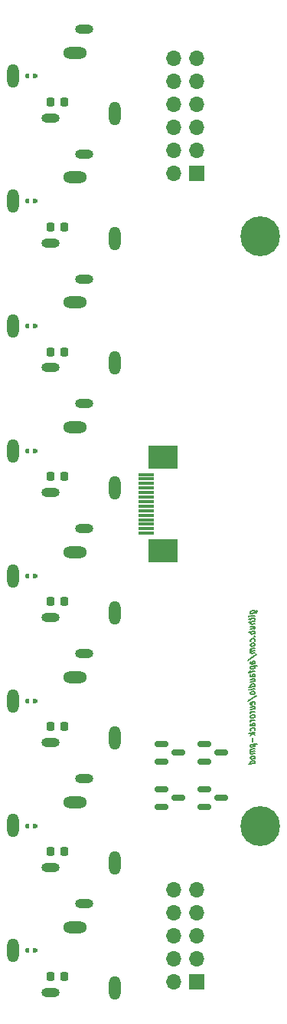
<source format=gbr>
%TF.GenerationSoftware,KiCad,Pcbnew,9.0.1*%
%TF.CreationDate,2025-04-26T11:59:35+02:00*%
%TF.ProjectId,eurorack-pmod-pcb,6575726f-7261-4636-9b2d-706d6f642d70,rev?*%
%TF.SameCoordinates,Original*%
%TF.FileFunction,Soldermask,Bot*%
%TF.FilePolarity,Negative*%
%FSLAX46Y46*%
G04 Gerber Fmt 4.6, Leading zero omitted, Abs format (unit mm)*
G04 Created by KiCad (PCBNEW 9.0.1) date 2025-04-26 11:59:35*
%MOMM*%
%LPD*%
G01*
G04 APERTURE LIST*
G04 Aperture macros list*
%AMRoundRect*
0 Rectangle with rounded corners*
0 $1 Rounding radius*
0 $2 $3 $4 $5 $6 $7 $8 $9 X,Y pos of 4 corners*
0 Add a 4 corners polygon primitive as box body*
4,1,4,$2,$3,$4,$5,$6,$7,$8,$9,$2,$3,0*
0 Add four circle primitives for the rounded corners*
1,1,$1+$1,$2,$3*
1,1,$1+$1,$4,$5*
1,1,$1+$1,$6,$7*
1,1,$1+$1,$8,$9*
0 Add four rect primitives between the rounded corners*
20,1,$1+$1,$2,$3,$4,$5,0*
20,1,$1+$1,$4,$5,$6,$7,0*
20,1,$1+$1,$6,$7,$8,$9,0*
20,1,$1+$1,$8,$9,$2,$3,0*%
G04 Aperture macros list end*
%ADD10C,0.150000*%
%ADD11O,1.308000X2.616000*%
%ADD12O,2.016000X1.008000*%
%ADD13O,2.616000X1.308000*%
%ADD14C,0.700000*%
%ADD15C,4.400000*%
%ADD16R,1.700000X1.700000*%
%ADD17O,1.700000X1.700000*%
%ADD18RoundRect,0.225000X-0.225000X-0.250000X0.225000X-0.250000X0.225000X0.250000X-0.225000X0.250000X0*%
%ADD19R,0.200000X0.300000*%
%ADD20R,0.300000X0.500000*%
%ADD21RoundRect,0.150000X-0.587500X-0.150000X0.587500X-0.150000X0.587500X0.150000X-0.587500X0.150000X0*%
%ADD22R,1.800000X0.300000*%
%ADD23R,3.200000X2.500000*%
G04 APERTURE END LIST*
D10*
X7935366Y-65350739D02*
X8502033Y-65279906D01*
X8502033Y-65279906D02*
X8568700Y-65243001D01*
X8568700Y-65243001D02*
X8602033Y-65210263D01*
X8602033Y-65210263D02*
X8635366Y-65148953D01*
X8635366Y-65148953D02*
X8635366Y-65063239D01*
X8635366Y-65063239D02*
X8602033Y-65010263D01*
X8368700Y-65296573D02*
X8402033Y-65235263D01*
X8402033Y-65235263D02*
X8402033Y-65120977D01*
X8402033Y-65120977D02*
X8368700Y-65068001D01*
X8368700Y-65068001D02*
X8335366Y-65043596D01*
X8335366Y-65043596D02*
X8268700Y-65023358D01*
X8268700Y-65023358D02*
X8068700Y-65048358D01*
X8068700Y-65048358D02*
X8002033Y-65085263D01*
X8002033Y-65085263D02*
X7968700Y-65118001D01*
X7968700Y-65118001D02*
X7935366Y-65179311D01*
X7935366Y-65179311D02*
X7935366Y-65293596D01*
X7935366Y-65293596D02*
X7968700Y-65346573D01*
X8402033Y-65578120D02*
X7935366Y-65636453D01*
X7702033Y-65665620D02*
X7735366Y-65632882D01*
X7735366Y-65632882D02*
X7768700Y-65657287D01*
X7768700Y-65657287D02*
X7735366Y-65690025D01*
X7735366Y-65690025D02*
X7702033Y-65665620D01*
X7702033Y-65665620D02*
X7768700Y-65657287D01*
X7935366Y-65836453D02*
X7935366Y-66065024D01*
X7702033Y-65951334D02*
X8302033Y-65876334D01*
X8302033Y-65876334D02*
X8368700Y-65896572D01*
X8368700Y-65896572D02*
X8402033Y-65949548D01*
X8402033Y-65949548D02*
X8402033Y-66006691D01*
X8402033Y-66206691D02*
X7702033Y-66294191D01*
X8402033Y-66463834D02*
X8035366Y-66509667D01*
X8035366Y-66509667D02*
X7968700Y-66489429D01*
X7968700Y-66489429D02*
X7935366Y-66436453D01*
X7935366Y-66436453D02*
X7935366Y-66350739D01*
X7935366Y-66350739D02*
X7968700Y-66289429D01*
X7968700Y-66289429D02*
X8002033Y-66256691D01*
X7935366Y-67065024D02*
X8402033Y-67006691D01*
X7935366Y-66807881D02*
X8302033Y-66762048D01*
X8302033Y-66762048D02*
X8368700Y-66782286D01*
X8368700Y-66782286D02*
X8402033Y-66835262D01*
X8402033Y-66835262D02*
X8402033Y-66920977D01*
X8402033Y-66920977D02*
X8368700Y-66982286D01*
X8368700Y-66982286D02*
X8335366Y-67015024D01*
X8402033Y-67292405D02*
X7702033Y-67379905D01*
X7968700Y-67346572D02*
X7935366Y-67407881D01*
X7935366Y-67407881D02*
X7935366Y-67522167D01*
X7935366Y-67522167D02*
X7968700Y-67575143D01*
X7968700Y-67575143D02*
X8002033Y-67599548D01*
X8002033Y-67599548D02*
X8068700Y-67619786D01*
X8068700Y-67619786D02*
X8268700Y-67594786D01*
X8268700Y-67594786D02*
X8335366Y-67557881D01*
X8335366Y-67557881D02*
X8368700Y-67525143D01*
X8368700Y-67525143D02*
X8402033Y-67463834D01*
X8402033Y-67463834D02*
X8402033Y-67349548D01*
X8402033Y-67349548D02*
X8368700Y-67296572D01*
X8335366Y-67843595D02*
X8368700Y-67868000D01*
X8368700Y-67868000D02*
X8402033Y-67835262D01*
X8402033Y-67835262D02*
X8368700Y-67810857D01*
X8368700Y-67810857D02*
X8335366Y-67843595D01*
X8335366Y-67843595D02*
X8402033Y-67835262D01*
X8368700Y-68382286D02*
X8402033Y-68320976D01*
X8402033Y-68320976D02*
X8402033Y-68206690D01*
X8402033Y-68206690D02*
X8368700Y-68153714D01*
X8368700Y-68153714D02*
X8335366Y-68129309D01*
X8335366Y-68129309D02*
X8268700Y-68109071D01*
X8268700Y-68109071D02*
X8068700Y-68134071D01*
X8068700Y-68134071D02*
X8002033Y-68170976D01*
X8002033Y-68170976D02*
X7968700Y-68203714D01*
X7968700Y-68203714D02*
X7935366Y-68265024D01*
X7935366Y-68265024D02*
X7935366Y-68379309D01*
X7935366Y-68379309D02*
X7968700Y-68432286D01*
X8402033Y-68720976D02*
X8368700Y-68668000D01*
X8368700Y-68668000D02*
X8335366Y-68643595D01*
X8335366Y-68643595D02*
X8268700Y-68623357D01*
X8268700Y-68623357D02*
X8068700Y-68648357D01*
X8068700Y-68648357D02*
X8002033Y-68685262D01*
X8002033Y-68685262D02*
X7968700Y-68718000D01*
X7968700Y-68718000D02*
X7935366Y-68779310D01*
X7935366Y-68779310D02*
X7935366Y-68865024D01*
X7935366Y-68865024D02*
X7968700Y-68918000D01*
X7968700Y-68918000D02*
X8002033Y-68942405D01*
X8002033Y-68942405D02*
X8068700Y-68962643D01*
X8068700Y-68962643D02*
X8268700Y-68937643D01*
X8268700Y-68937643D02*
X8335366Y-68900738D01*
X8335366Y-68900738D02*
X8368700Y-68868000D01*
X8368700Y-68868000D02*
X8402033Y-68806691D01*
X8402033Y-68806691D02*
X8402033Y-68720976D01*
X8402033Y-69178119D02*
X7935366Y-69236452D01*
X8002033Y-69228119D02*
X7968700Y-69260857D01*
X7968700Y-69260857D02*
X7935366Y-69322167D01*
X7935366Y-69322167D02*
X7935366Y-69407881D01*
X7935366Y-69407881D02*
X7968700Y-69460857D01*
X7968700Y-69460857D02*
X8035366Y-69481095D01*
X8035366Y-69481095D02*
X8402033Y-69435262D01*
X8035366Y-69481095D02*
X7968700Y-69518000D01*
X7968700Y-69518000D02*
X7935366Y-69579309D01*
X7935366Y-69579309D02*
X7935366Y-69665024D01*
X7935366Y-69665024D02*
X7968700Y-69718000D01*
X7968700Y-69718000D02*
X8035366Y-69738238D01*
X8035366Y-69738238D02*
X8402033Y-69692405D01*
X7668700Y-70498357D02*
X8568700Y-69871571D01*
X8402033Y-70863833D02*
X8035366Y-70909666D01*
X8035366Y-70909666D02*
X7968700Y-70889428D01*
X7968700Y-70889428D02*
X7935366Y-70836452D01*
X7935366Y-70836452D02*
X7935366Y-70722166D01*
X7935366Y-70722166D02*
X7968700Y-70660857D01*
X8368700Y-70868000D02*
X8402033Y-70806690D01*
X8402033Y-70806690D02*
X8402033Y-70663833D01*
X8402033Y-70663833D02*
X8368700Y-70610857D01*
X8368700Y-70610857D02*
X8302033Y-70590619D01*
X8302033Y-70590619D02*
X8235366Y-70598952D01*
X8235366Y-70598952D02*
X8168700Y-70635857D01*
X8168700Y-70635857D02*
X8135366Y-70697166D01*
X8135366Y-70697166D02*
X8135366Y-70840023D01*
X8135366Y-70840023D02*
X8102033Y-70901333D01*
X7935366Y-71207880D02*
X8635366Y-71120380D01*
X7968700Y-71203714D02*
X7935366Y-71265023D01*
X7935366Y-71265023D02*
X7935366Y-71379309D01*
X7935366Y-71379309D02*
X7968700Y-71432285D01*
X7968700Y-71432285D02*
X8002033Y-71456690D01*
X8002033Y-71456690D02*
X8068700Y-71476928D01*
X8068700Y-71476928D02*
X8268700Y-71451928D01*
X8268700Y-71451928D02*
X8335366Y-71415023D01*
X8335366Y-71415023D02*
X8368700Y-71382285D01*
X8368700Y-71382285D02*
X8402033Y-71320976D01*
X8402033Y-71320976D02*
X8402033Y-71206690D01*
X8402033Y-71206690D02*
X8368700Y-71153714D01*
X7935366Y-71665023D02*
X7935366Y-71893594D01*
X8402033Y-71692404D02*
X7802033Y-71767404D01*
X7802033Y-71767404D02*
X7735366Y-71804309D01*
X7735366Y-71804309D02*
X7702033Y-71865618D01*
X7702033Y-71865618D02*
X7702033Y-71922761D01*
X8402033Y-72292404D02*
X8035366Y-72338237D01*
X8035366Y-72338237D02*
X7968700Y-72317999D01*
X7968700Y-72317999D02*
X7935366Y-72265023D01*
X7935366Y-72265023D02*
X7935366Y-72150737D01*
X7935366Y-72150737D02*
X7968700Y-72089428D01*
X8368700Y-72296571D02*
X8402033Y-72235261D01*
X8402033Y-72235261D02*
X8402033Y-72092404D01*
X8402033Y-72092404D02*
X8368700Y-72039428D01*
X8368700Y-72039428D02*
X8302033Y-72019190D01*
X8302033Y-72019190D02*
X8235366Y-72027523D01*
X8235366Y-72027523D02*
X8168700Y-72064428D01*
X8168700Y-72064428D02*
X8135366Y-72125737D01*
X8135366Y-72125737D02*
X8135366Y-72268594D01*
X8135366Y-72268594D02*
X8102033Y-72329904D01*
X7935366Y-72893594D02*
X8402033Y-72835261D01*
X7935366Y-72636451D02*
X8302033Y-72590618D01*
X8302033Y-72590618D02*
X8368700Y-72610856D01*
X8368700Y-72610856D02*
X8402033Y-72663832D01*
X8402033Y-72663832D02*
X8402033Y-72749547D01*
X8402033Y-72749547D02*
X8368700Y-72810856D01*
X8368700Y-72810856D02*
X8335366Y-72843594D01*
X8402033Y-73378118D02*
X7702033Y-73465618D01*
X8368700Y-73382285D02*
X8402033Y-73320975D01*
X8402033Y-73320975D02*
X8402033Y-73206689D01*
X8402033Y-73206689D02*
X8368700Y-73153713D01*
X8368700Y-73153713D02*
X8335366Y-73129308D01*
X8335366Y-73129308D02*
X8268700Y-73109070D01*
X8268700Y-73109070D02*
X8068700Y-73134070D01*
X8068700Y-73134070D02*
X8002033Y-73170975D01*
X8002033Y-73170975D02*
X7968700Y-73203713D01*
X7968700Y-73203713D02*
X7935366Y-73265023D01*
X7935366Y-73265023D02*
X7935366Y-73379308D01*
X7935366Y-73379308D02*
X7968700Y-73432285D01*
X8402033Y-73663832D02*
X7935366Y-73722165D01*
X7702033Y-73751332D02*
X7735366Y-73718594D01*
X7735366Y-73718594D02*
X7768700Y-73742999D01*
X7768700Y-73742999D02*
X7735366Y-73775737D01*
X7735366Y-73775737D02*
X7702033Y-73751332D01*
X7702033Y-73751332D02*
X7768700Y-73742999D01*
X8402033Y-74035260D02*
X8368700Y-73982284D01*
X8368700Y-73982284D02*
X8335366Y-73957879D01*
X8335366Y-73957879D02*
X8268700Y-73937641D01*
X8268700Y-73937641D02*
X8068700Y-73962641D01*
X8068700Y-73962641D02*
X8002033Y-73999546D01*
X8002033Y-73999546D02*
X7968700Y-74032284D01*
X7968700Y-74032284D02*
X7935366Y-74093594D01*
X7935366Y-74093594D02*
X7935366Y-74179308D01*
X7935366Y-74179308D02*
X7968700Y-74232284D01*
X7968700Y-74232284D02*
X8002033Y-74256689D01*
X8002033Y-74256689D02*
X8068700Y-74276927D01*
X8068700Y-74276927D02*
X8268700Y-74251927D01*
X8268700Y-74251927D02*
X8335366Y-74215022D01*
X8335366Y-74215022D02*
X8368700Y-74182284D01*
X8368700Y-74182284D02*
X8402033Y-74120975D01*
X8402033Y-74120975D02*
X8402033Y-74035260D01*
X7668700Y-75012641D02*
X8568700Y-74385855D01*
X8368700Y-75353712D02*
X8402033Y-75292403D01*
X8402033Y-75292403D02*
X8402033Y-75178117D01*
X8402033Y-75178117D02*
X8368700Y-75125141D01*
X8368700Y-75125141D02*
X8302033Y-75104903D01*
X8302033Y-75104903D02*
X8035366Y-75138236D01*
X8035366Y-75138236D02*
X7968700Y-75175141D01*
X7968700Y-75175141D02*
X7935366Y-75236450D01*
X7935366Y-75236450D02*
X7935366Y-75350736D01*
X7935366Y-75350736D02*
X7968700Y-75403712D01*
X7968700Y-75403712D02*
X8035366Y-75423950D01*
X8035366Y-75423950D02*
X8102033Y-75415617D01*
X8102033Y-75415617D02*
X8168700Y-75121569D01*
X7935366Y-75950736D02*
X8402033Y-75892403D01*
X7935366Y-75693593D02*
X8302033Y-75647760D01*
X8302033Y-75647760D02*
X8368700Y-75667998D01*
X8368700Y-75667998D02*
X8402033Y-75720974D01*
X8402033Y-75720974D02*
X8402033Y-75806689D01*
X8402033Y-75806689D02*
X8368700Y-75867998D01*
X8368700Y-75867998D02*
X8335366Y-75900736D01*
X8402033Y-76178117D02*
X7935366Y-76236450D01*
X8068700Y-76219784D02*
X8002033Y-76256688D01*
X8002033Y-76256688D02*
X7968700Y-76289427D01*
X7968700Y-76289427D02*
X7935366Y-76350736D01*
X7935366Y-76350736D02*
X7935366Y-76407879D01*
X8402033Y-76635260D02*
X8368700Y-76582284D01*
X8368700Y-76582284D02*
X8335366Y-76557879D01*
X8335366Y-76557879D02*
X8268700Y-76537641D01*
X8268700Y-76537641D02*
X8068700Y-76562641D01*
X8068700Y-76562641D02*
X8002033Y-76599546D01*
X8002033Y-76599546D02*
X7968700Y-76632284D01*
X7968700Y-76632284D02*
X7935366Y-76693594D01*
X7935366Y-76693594D02*
X7935366Y-76779308D01*
X7935366Y-76779308D02*
X7968700Y-76832284D01*
X7968700Y-76832284D02*
X8002033Y-76856689D01*
X8002033Y-76856689D02*
X8068700Y-76876927D01*
X8068700Y-76876927D02*
X8268700Y-76851927D01*
X8268700Y-76851927D02*
X8335366Y-76815022D01*
X8335366Y-76815022D02*
X8368700Y-76782284D01*
X8368700Y-76782284D02*
X8402033Y-76720975D01*
X8402033Y-76720975D02*
X8402033Y-76635260D01*
X8402033Y-77092403D02*
X7935366Y-77150736D01*
X8068700Y-77134070D02*
X8002033Y-77170974D01*
X8002033Y-77170974D02*
X7968700Y-77203713D01*
X7968700Y-77203713D02*
X7935366Y-77265022D01*
X7935366Y-77265022D02*
X7935366Y-77322165D01*
X8402033Y-77720975D02*
X8035366Y-77766808D01*
X8035366Y-77766808D02*
X7968700Y-77746570D01*
X7968700Y-77746570D02*
X7935366Y-77693594D01*
X7935366Y-77693594D02*
X7935366Y-77579308D01*
X7935366Y-77579308D02*
X7968700Y-77517999D01*
X8368700Y-77725142D02*
X8402033Y-77663832D01*
X8402033Y-77663832D02*
X8402033Y-77520975D01*
X8402033Y-77520975D02*
X8368700Y-77467999D01*
X8368700Y-77467999D02*
X8302033Y-77447761D01*
X8302033Y-77447761D02*
X8235366Y-77456094D01*
X8235366Y-77456094D02*
X8168700Y-77492999D01*
X8168700Y-77492999D02*
X8135366Y-77554308D01*
X8135366Y-77554308D02*
X8135366Y-77697165D01*
X8135366Y-77697165D02*
X8102033Y-77758475D01*
X8368700Y-78267999D02*
X8402033Y-78206689D01*
X8402033Y-78206689D02*
X8402033Y-78092403D01*
X8402033Y-78092403D02*
X8368700Y-78039427D01*
X8368700Y-78039427D02*
X8335366Y-78015022D01*
X8335366Y-78015022D02*
X8268700Y-77994784D01*
X8268700Y-77994784D02*
X8068700Y-78019784D01*
X8068700Y-78019784D02*
X8002033Y-78056689D01*
X8002033Y-78056689D02*
X7968700Y-78089427D01*
X7968700Y-78089427D02*
X7935366Y-78150737D01*
X7935366Y-78150737D02*
X7935366Y-78265022D01*
X7935366Y-78265022D02*
X7968700Y-78317999D01*
X8402033Y-78520975D02*
X7702033Y-78608475D01*
X8135366Y-78611451D02*
X8402033Y-78749546D01*
X7935366Y-78807880D02*
X8202033Y-78545975D01*
X8135366Y-79040022D02*
X8135366Y-79497165D01*
X7935366Y-79807879D02*
X8635366Y-79720379D01*
X7968700Y-79803713D02*
X7935366Y-79865022D01*
X7935366Y-79865022D02*
X7935366Y-79979308D01*
X7935366Y-79979308D02*
X7968700Y-80032284D01*
X7968700Y-80032284D02*
X8002033Y-80056689D01*
X8002033Y-80056689D02*
X8068700Y-80076927D01*
X8068700Y-80076927D02*
X8268700Y-80051927D01*
X8268700Y-80051927D02*
X8335366Y-80015022D01*
X8335366Y-80015022D02*
X8368700Y-79982284D01*
X8368700Y-79982284D02*
X8402033Y-79920975D01*
X8402033Y-79920975D02*
X8402033Y-79806689D01*
X8402033Y-79806689D02*
X8368700Y-79753713D01*
X8402033Y-80292403D02*
X7935366Y-80350736D01*
X8002033Y-80342403D02*
X7968700Y-80375141D01*
X7968700Y-80375141D02*
X7935366Y-80436451D01*
X7935366Y-80436451D02*
X7935366Y-80522165D01*
X7935366Y-80522165D02*
X7968700Y-80575141D01*
X7968700Y-80575141D02*
X8035366Y-80595379D01*
X8035366Y-80595379D02*
X8402033Y-80549546D01*
X8035366Y-80595379D02*
X7968700Y-80632284D01*
X7968700Y-80632284D02*
X7935366Y-80693593D01*
X7935366Y-80693593D02*
X7935366Y-80779308D01*
X7935366Y-80779308D02*
X7968700Y-80832284D01*
X7968700Y-80832284D02*
X8035366Y-80852522D01*
X8035366Y-80852522D02*
X8402033Y-80806689D01*
X8402033Y-81178117D02*
X8368700Y-81125141D01*
X8368700Y-81125141D02*
X8335366Y-81100736D01*
X8335366Y-81100736D02*
X8268700Y-81080498D01*
X8268700Y-81080498D02*
X8068700Y-81105498D01*
X8068700Y-81105498D02*
X8002033Y-81142403D01*
X8002033Y-81142403D02*
X7968700Y-81175141D01*
X7968700Y-81175141D02*
X7935366Y-81236451D01*
X7935366Y-81236451D02*
X7935366Y-81322165D01*
X7935366Y-81322165D02*
X7968700Y-81375141D01*
X7968700Y-81375141D02*
X8002033Y-81399546D01*
X8002033Y-81399546D02*
X8068700Y-81419784D01*
X8068700Y-81419784D02*
X8268700Y-81394784D01*
X8268700Y-81394784D02*
X8335366Y-81357879D01*
X8335366Y-81357879D02*
X8368700Y-81325141D01*
X8368700Y-81325141D02*
X8402033Y-81263832D01*
X8402033Y-81263832D02*
X8402033Y-81178117D01*
X8402033Y-81892403D02*
X7702033Y-81979903D01*
X8368700Y-81896570D02*
X8402033Y-81835260D01*
X8402033Y-81835260D02*
X8402033Y-81720974D01*
X8402033Y-81720974D02*
X8368700Y-81667998D01*
X8368700Y-81667998D02*
X8335366Y-81643593D01*
X8335366Y-81643593D02*
X8268700Y-81623355D01*
X8268700Y-81623355D02*
X8068700Y-81648355D01*
X8068700Y-81648355D02*
X8002033Y-81685260D01*
X8002033Y-81685260D02*
X7968700Y-81717998D01*
X7968700Y-81717998D02*
X7935366Y-81779308D01*
X7935366Y-81779308D02*
X7935366Y-81893593D01*
X7935366Y-81893593D02*
X7968700Y-81946570D01*
D11*
%TO.C,J10*%
X-18382000Y-88772626D03*
D12*
X-10482000Y-83572626D03*
D13*
X-11482000Y-86172626D03*
D12*
X-14182000Y-93372626D03*
D11*
X-7082000Y-92872626D03*
%TD*%
%TO.C,J5*%
X-18382000Y-19829771D03*
D12*
X-10482000Y-14629771D03*
D13*
X-11482000Y-17229771D03*
D12*
X-14182000Y-24429771D03*
D11*
X-7082000Y-23929771D03*
%TD*%
D14*
%TO.C,H2*%
X10166726Y-90000000D03*
X7350000Y-88833274D03*
X7833274Y-87666548D03*
X7833274Y-90000000D03*
X9000000Y-87183274D03*
D15*
X9000000Y-88833274D03*
D14*
X9000000Y-90483274D03*
X10166726Y-87666548D03*
X10650000Y-88833274D03*
%TD*%
%TO.C,H1*%
X7350000Y-23750000D03*
X7833274Y-22583274D03*
X7833274Y-24916726D03*
X9000000Y-22100000D03*
D15*
X9000000Y-23750000D03*
D14*
X9000000Y-25400000D03*
X10166726Y-22583274D03*
X10166726Y-24916726D03*
X10650000Y-23750000D03*
%TD*%
D16*
%TO.C,J1*%
X2000000Y-105975000D03*
D17*
X-540000Y-105975000D03*
X2000000Y-103435000D03*
X-540000Y-103435000D03*
X2000000Y-100895000D03*
X-540000Y-100895000D03*
X2000000Y-98355000D03*
X-540000Y-98355000D03*
X2000000Y-95815000D03*
X-540000Y-95815000D03*
%TD*%
D11*
%TO.C,J9*%
X-18382000Y-74984055D03*
D12*
X-10482000Y-69784055D03*
D13*
X-11482000Y-72384055D03*
D12*
X-14182000Y-79584055D03*
D11*
X-7082000Y-79084055D03*
%TD*%
%TO.C,J11*%
X-18382000Y-102561200D03*
D12*
X-10482000Y-97361200D03*
D13*
X-11482000Y-99961200D03*
D12*
X-14182000Y-107161200D03*
D11*
X-7082000Y-106661200D03*
%TD*%
%TO.C,J7*%
X-18382000Y-47406913D03*
D12*
X-10482000Y-42206913D03*
D13*
X-11482000Y-44806913D03*
D12*
X-14182000Y-52006913D03*
D11*
X-7082000Y-51506913D03*
%TD*%
%TO.C,J4*%
X-18382000Y-6041200D03*
D12*
X-10482000Y-841200D03*
D13*
X-11482000Y-3441200D03*
D12*
X-14182000Y-10641200D03*
D11*
X-7082000Y-10141200D03*
%TD*%
%TO.C,J6*%
X-18382000Y-33618342D03*
D12*
X-10482000Y-28418342D03*
D13*
X-11482000Y-31018342D03*
D12*
X-14182000Y-38218342D03*
D11*
X-7082000Y-37718342D03*
%TD*%
%TO.C,J8*%
X-18382000Y-61195484D03*
D12*
X-10482000Y-55995484D03*
D13*
X-11482000Y-58595484D03*
D12*
X-14182000Y-65795484D03*
D11*
X-7082000Y-65295484D03*
%TD*%
D16*
%TO.C,J2*%
X2000000Y-16750000D03*
D17*
X-540000Y-16750000D03*
X2000000Y-14210000D03*
X-540000Y-14210000D03*
X2000000Y-11670000D03*
X-540000Y-11670000D03*
X2000000Y-9130000D03*
X-540000Y-9130000D03*
X2000000Y-6590000D03*
X-540000Y-6590000D03*
X2000000Y-4050000D03*
X-540000Y-4050000D03*
%TD*%
D18*
%TO.C,RV3*%
X-14201538Y-22659374D03*
X-12651538Y-22659374D03*
%TD*%
%TO.C,RV4*%
X-14201538Y-50242122D03*
X-12651538Y-50242122D03*
%TD*%
D19*
%TO.C,D33*%
X-15754000Y-74987186D03*
D20*
X-16004000Y-74987186D03*
X-16704000Y-74987186D03*
D19*
X-16954000Y-74987186D03*
%TD*%
%TO.C,D27*%
X-15754000Y-6042314D03*
D20*
X-16004000Y-6042314D03*
X-16704000Y-6042314D03*
D19*
X-16954000Y-6042314D03*
%TD*%
%TO.C,D34*%
X-15754000Y-102565135D03*
D20*
X-16004000Y-102565135D03*
X-16704000Y-102565135D03*
D19*
X-16954000Y-102565135D03*
%TD*%
D18*
%TO.C,RV8*%
X-14201538Y-105407619D03*
X-12651538Y-105407619D03*
%TD*%
D19*
%TO.C,D30*%
X-15754000Y-47409237D03*
D20*
X-16004000Y-47409237D03*
X-16704000Y-47409237D03*
D19*
X-16954000Y-47409237D03*
%TD*%
%TO.C,D29*%
X-15754000Y-19831288D03*
D20*
X-16004000Y-19831288D03*
X-16704000Y-19831288D03*
D19*
X-16954000Y-19831288D03*
%TD*%
%TO.C,D28*%
X-15754000Y-33620263D03*
D20*
X-16004000Y-33620263D03*
X-16704000Y-33620263D03*
D19*
X-16954000Y-33620263D03*
%TD*%
D21*
%TO.C,Q4*%
X-1941500Y-81668000D03*
X-1941500Y-79768000D03*
X-66500Y-80718000D03*
%TD*%
D22*
%TO.C,J3*%
X-3654000Y-50000000D03*
X-3654000Y-50500000D03*
X-3654000Y-51000000D03*
X-3654000Y-51500000D03*
X-3654000Y-52000000D03*
X-3654000Y-52500000D03*
X-3654000Y-53000000D03*
X-3654000Y-53500000D03*
X-3654000Y-54000000D03*
X-3654000Y-54500000D03*
X-3654000Y-55000000D03*
X-3654000Y-55500000D03*
X-3654000Y-56000000D03*
X-3654000Y-56500000D03*
D23*
X-1754000Y-48050000D03*
X-1754000Y-58450000D03*
%TD*%
D18*
%TO.C,RV2*%
X-14201538Y-36450748D03*
X-12651538Y-36450748D03*
%TD*%
%TO.C,RV5*%
X-14201538Y-64033497D03*
X-12651538Y-64033497D03*
%TD*%
D21*
%TO.C,Q3*%
X-1941500Y-86668000D03*
X-1941500Y-84768000D03*
X-66499Y-85718000D03*
%TD*%
D18*
%TO.C,RV6*%
X-14201538Y-91616245D03*
X-12651538Y-91616245D03*
%TD*%
D19*
%TO.C,D31*%
X-15754000Y-61198212D03*
D20*
X-16004000Y-61198212D03*
X-16704000Y-61198212D03*
D19*
X-16954000Y-61198212D03*
%TD*%
D18*
%TO.C,RV1*%
X-14201538Y-8868000D03*
X-12651538Y-8868000D03*
%TD*%
D21*
%TO.C,Q2*%
X2808500Y-81668000D03*
X2808500Y-79768000D03*
X4683500Y-80718000D03*
%TD*%
%TO.C,Q5*%
X2808500Y-86668000D03*
X2808500Y-84768000D03*
X4683501Y-85718000D03*
%TD*%
D19*
%TO.C,D32*%
X-15754000Y-88776161D03*
D20*
X-16004000Y-88776161D03*
X-16704000Y-88776161D03*
D19*
X-16954000Y-88776161D03*
%TD*%
D18*
%TO.C,RV7*%
X-14201538Y-77824871D03*
X-12651538Y-77824871D03*
%TD*%
M02*

</source>
